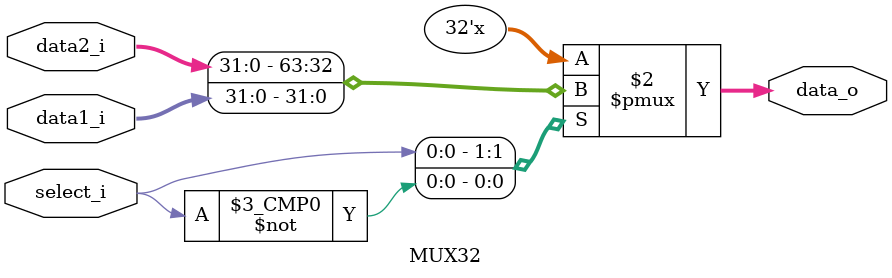
<source format=v>
module MUX32
(
	data1_i,
    data2_i,
    select_i,
    data_o
);

input	[31:0]	data1_i, data2_i;
input			select_i;
output	[31:0]	data_o;

reg		[31:0]	data_o;

always @(data1_i or data2_i or select_i) begin
	case(select_i)
		1: data_o = data2_i;
		0: data_o = data1_i;
	endcase
end

endmodule
</source>
